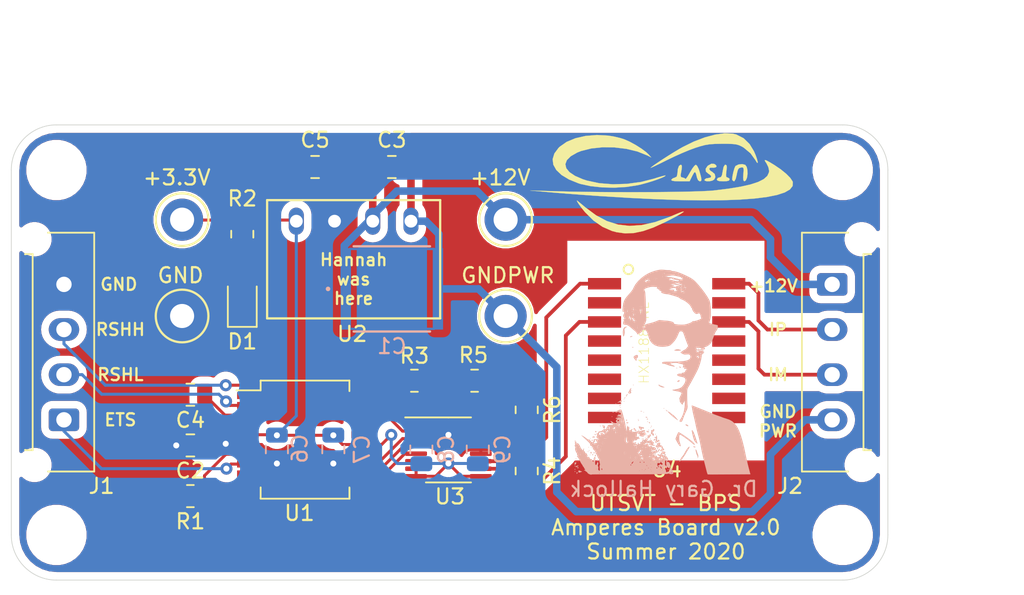
<source format=kicad_pcb>
(kicad_pcb (version 20171130) (host pcbnew 5.1.7-a382d34a8~87~ubuntu20.04.1)
  (layers (0 F.Cu signal) (31 B.Cu signal) (34 B.Paste user) (35 F.Paste user) (36 B.SilkS user) (37 F.SilkS user) (38 B.Mask user) (39 F.Mask user) (44 Edge.Cuts user))
  (net 0 "")
  (net 1 GNDPWR)
  (net 2 +12V)
  (net 3 GND)
  (net 4 "Net-(C2-Pad1)")
  (net 5 +3V3)
  (net 6 "Net-(D1-Pad2)")
  (net 7 /ETS)
  (net 8 /RSHL)
  (net 9 /RSHH)
  (net 10 "Net-(J2-Pad3)")
  (net 11 "Net-(J2-Pad2)")
  (net 12 "Net-(R1-Pad1)")
  (net 13 /IM)
  (net 14 /IP)
  (net 15 "Net-(R5-Pad2)")
  (net 16 "Net-(R5-Pad1)")
  (net 17 /SCK)
  (net 18 /CS)
  (net 19 "Net-(U1-Pad16)")
  (net 20 /MISO)
  (net 21 /MOSI)
  (net 22 "Net-(U1-Pad19)")
  (net 23 "Net-(U1-Pad17)")
  (net 24 "Net-(U1-Pad10)")
  (net 25 "Net-(U1-Pad9)")
  (net 26 "Net-(C4-Pad2)")
  (net 27 "Net-(R3-Pad1)")
  (net 28 "Net-(U4-Pad2)")
  (net 29 "Net-(U4-Pad11)")
  (net 30 "Net-(U4-Pad6)")
  (net 31 "Net-(U4-Pad9)")
  (net 32 "Net-(U4-Pad7)")
  (net 33 "Net-(U4-Pad10)")
  (net 34 "Net-(U4-Pad8)")
  (net 35 "Net-(U4-Pad15)")
  (module MountingHole:MountingHole_3mm (layer F.Cu) (at 143 100)
    (fp_text reference H2 hide)
    (fp_text value M3)
    (pad 1 np_thru_hole circle (at 0 0) (size 3 3) (drill 3) (layers *.Cu *.Mask))
  )
  (module Connector_Molex:Molex_Micro-Fit_3.0_43650-0415_1x04_P3.00mm_Vertical (layer F.Cu) (at 142.3 107.6 270)
    (fp_text reference J2 (at 13.4 2.8) (layer F.SilkS))
    (fp_text value LeaderConn)
    (pad 4 thru_hole oval (at 9 0 270) (size 1.5 2.02) (drill 1.02) (layers *.Cu *.Mask) (net 1 GNDPWR))
    (pad 3 thru_hole oval (at 6 0 270) (size 1.5 2.02) (drill 1.02) (layers *.Cu *.Mask) (net 10 "Net-(J2-Pad3)"))
    (pad 2 thru_hole oval (at 3 0 270) (size 1.5 2.02) (drill 1.02) (layers *.Cu *.Mask) (net 11 "Net-(J2-Pad2)"))
    (pad 1 thru_hole roundrect (at 0 0 270) (size 1.5 2.02) (drill 1.02) (layers *.Cu *.Mask) (roundrect_rratio 0.166667) (net 2 +12V))
    (pad "" np_thru_hole circle (at 12 -1.96 270) (size 1.27 1.27) (drill 1.27) (layers *.Cu *.Mask))
    (pad "" np_thru_hole circle (at -3 -1.96 270) (size 1.27 1.27) (drill 1.27) (layers *.Cu *.Mask))
  )
  (module Resistor_SMD:R_0805_2012Metric (layer F.Cu) (at 122 120 270)
    (fp_text reference R4 (at 0 -1.7 90) (layer F.SilkS))
    (fp_text value 120)
    (pad 2 smd roundrect (at 0.9125 0 270) (size 1.025 1.4) (layers F.Cu F.Paste F.Mask) (roundrect_rratio 0.243902) (net 13 /IM))
    (pad 1 smd roundrect (at -0.9125 0 270) (size 1.025 1.4) (layers F.Cu F.Paste F.Mask) (roundrect_rratio 0.243902) (net 14 /IP))
  )
  (module UTSVT_Passive:C_2220_5750Metrix (layer B.Cu) (at 113.04 107.9)
    (fp_text reference C1 (at 0 3.81) (layer B.SilkS) (effects (justify mirror)))
    (fp_text value 10u hide)
    (fp_line (start -2.794 2.6543) (end 2.794 2.6543) (layer B.Cu) (width 0.1524))
    (fp_line (start 2.794 2.6543) (end 2.794 -2.6543) (layer B.Cu) (width 0.1524))
    (fp_line (start 2.794 -2.6543) (end -2.794 -2.6543) (layer B.Cu) (width 0.1524))
    (fp_line (start -2.794 -2.6543) (end -2.794 2.6543) (layer B.Cu) (width 0.1524))
    (pad 2 smd rect (at 3.1242 0) (size 0.5588 5.4102) (layers B.Cu B.Paste B.Mask) (net 1 GNDPWR))
    (pad 1 smd rect (at -3.1242 0) (size 0.5588 5.4102) (layers B.Cu B.Paste B.Mask) (net 2 +12V))
  )
  (module UTSVT_ICs:RI3_DC_Converter (layer F.Cu) (at 110.5 103.4 180)
    (fp_text reference U2 (at 0.1 -7.5) (layer F.SilkS))
    (fp_text value RO-123.3S_HP)
    (pad 4 thru_hole oval (at 3.81 0 180) (size 1 1.8) (drill 0.85) (layers *.Cu *.Mask) (net 5 +3V3))
    (pad 3 thru_hole oval (at 1.27 0 180) (size 1 1.8) (drill 0.85) (layers *.Cu *.Mask) (net 3 GND))
    (pad 2 thru_hole oval (at -1.27 0 180) (size 1 1.8) (drill 0.85) (layers *.Cu *.Mask) (net 2 +12V))
    (pad 1 thru_hole oval (at -3.81 0 180) (size 1 1.8) (drill 0.85) (layers *.Cu *.Mask) (net 1 GNDPWR))
  )
  (module UTSVT_BPS:HXXXX (layer F.Cu) (at 131.3 112 270)
    (fp_text reference U4 (at 7.9 0) (layer F.SilkS))
    (fp_text value HX1188FNL (at -0.50895 1.50142 90) (layer F.SilkS) (effects (font (size 0.641203 0.641203) (thickness 0.05))))
    (pad 2 smd rect (at -3.175 4.1275 270) (size 0.76 2.2) (layers F.Cu F.Paste F.Mask) (net 28 "Net-(U4-Pad2)"))
    (pad 13 smd rect (at -0.635 -4.1275 270) (size 0.76 2.2) (layers F.Cu F.Paste F.Mask))
    (pad 1 smd rect (at -4.445 4.1275 270) (size 0.76 2.2) (layers F.Cu F.Paste F.Mask) (net 14 /IP))
    (pad 3 smd rect (at -1.905 4.1275 270) (size 0.76 2.2) (layers F.Cu F.Paste F.Mask) (net 13 /IM))
    (pad 4 smd rect (at -0.635 4.1275 270) (size 0.76 2.2) (layers F.Cu F.Paste F.Mask))
    (pad 14 smd rect (at -1.905 -4.1275 270) (size 0.76 2.2) (layers F.Cu F.Paste F.Mask) (net 10 "Net-(J2-Pad3)"))
    (pad 12 smd rect (at 0.635 -4.1275 270) (size 0.76 2.2) (layers F.Cu F.Paste F.Mask))
    (pad 11 smd rect (at 1.905 -4.1275 270) (size 0.76 2.2) (layers F.Cu F.Paste F.Mask) (net 29 "Net-(U4-Pad11)"))
    (pad 6 smd rect (at 1.905 4.1275 270) (size 0.76 2.2) (layers F.Cu F.Paste F.Mask) (net 30 "Net-(U4-Pad6)"))
    (pad 9 smd rect (at 4.445 -4.1275 270) (size 0.76 2.2) (layers F.Cu F.Paste F.Mask) (net 31 "Net-(U4-Pad9)"))
    (pad 5 smd rect (at 0.635 4.1275 270) (size 0.76 2.2) (layers F.Cu F.Paste F.Mask))
    (pad 7 smd rect (at 3.175 4.1275 270) (size 0.76 2.2) (layers F.Cu F.Paste F.Mask) (net 32 "Net-(U4-Pad7)"))
    (pad 10 smd rect (at 3.175 -4.1275 270) (size 0.76 2.2) (layers F.Cu F.Paste F.Mask) (net 33 "Net-(U4-Pad10)"))
    (pad 8 smd rect (at 4.445 4.1275 270) (size 0.76 2.2) (layers F.Cu F.Paste F.Mask) (net 34 "Net-(U4-Pad8)"))
    (pad 15 smd rect (at -3.175 -4.1275 270) (size 0.76 2.2) (layers F.Cu F.Paste F.Mask) (net 35 "Net-(U4-Pad15)"))
    (pad 16 smd rect (at -4.445 -4.1275 270) (size 0.76 2.2) (layers F.Cu F.Paste F.Mask) (net 11 "Net-(J2-Pad2)"))
  )
  (module Package_SO:MSOP-16_3x4mm_P0.5mm (layer F.Cu) (at 116.8 118.6)
    (fp_text reference U3 (at 0.1 3.1) (layer F.SilkS))
    (fp_text value LTC6820)
    (pad 16 smd roundrect (at 2.15 -1.75) (size 1.45 0.3) (layers F.Cu F.Paste F.Mask) (net 15 "Net-(R5-Pad2)"))
    (pad 15 smd roundrect (at 2.15 -1.25) (size 1.45 0.3) (layers F.Cu F.Paste F.Mask) (net 16 "Net-(R5-Pad1)"))
    (pad 14 smd roundrect (at 2.15 -0.75) (size 1.45 0.3) (layers F.Cu F.Paste F.Mask) (net 3 GND))
    (pad 13 smd roundrect (at 2.15 -0.25) (size 1.45 0.3) (layers F.Cu F.Paste F.Mask) (net 3 GND))
    (pad 12 smd roundrect (at 2.15 0.25) (size 1.45 0.3) (layers F.Cu F.Paste F.Mask) (net 3 GND))
    (pad 11 smd roundrect (at 2.15 0.75) (size 1.45 0.3) (layers F.Cu F.Paste F.Mask) (net 14 /IP))
    (pad 10 smd roundrect (at 2.15 1.25) (size 1.45 0.3) (layers F.Cu F.Paste F.Mask) (net 13 /IM))
    (pad 9 smd roundrect (at 2.15 1.75) (size 1.45 0.3) (layers F.Cu F.Paste F.Mask) (net 5 +3V3))
    (pad 8 smd roundrect (at -2.15 1.75) (size 1.45 0.3) (layers F.Cu F.Paste F.Mask) (net 5 +3V3))
    (pad 7 smd roundrect (at -2.15 1.25) (size 1.45 0.3) (layers F.Cu F.Paste F.Mask) (net 5 +3V3))
    (pad 6 smd roundrect (at -2.15 0.75) (size 1.45 0.3) (layers F.Cu F.Paste F.Mask) (net 5 +3V3))
    (pad 5 smd roundrect (at -2.15 0.25) (size 1.45 0.3) (layers F.Cu F.Paste F.Mask) (net 18 /CS))
    (pad 4 smd roundrect (at -2.15 -0.25) (size 1.45 0.3) (layers F.Cu F.Paste F.Mask) (net 17 /SCK))
    (pad 3 smd roundrect (at -2.15 -0.75) (size 1.45 0.3) (layers F.Cu F.Paste F.Mask) (net 20 /MISO))
    (pad 2 smd roundrect (at -2.15 -1.25) (size 1.45 0.3) (layers F.Cu F.Paste F.Mask) (net 21 /MOSI))
    (pad 1 smd roundrect (at -2.15 -1.75) (size 1.45 0.3) (layers F.Cu F.Paste F.Mask) (net 3 GND))
  )
  (module UTSVT_ICs:AS8510-ASSM (layer F.Cu) (at 107.27 123.441)
    (fp_text reference U1 (at -0.37 -0.641 180) (layer F.SilkS))
    (fp_text value AS8510-ASSM)
    (pad 12 smd rect (at 3.79 -3.25) (size 1.43 0.46) (layers F.Cu F.Paste F.Mask) (net 17 /SCK))
    (pad 11 smd rect (at 3.79 -2.6) (size 1.43 0.46) (layers F.Cu F.Paste F.Mask) (net 18 /CS))
    (pad 15 smd rect (at 3.79 -5.2) (size 1.43 0.46) (layers F.Cu F.Paste F.Mask) (net 5 +3V3))
    (pad 14 smd rect (at 3.79 -4.55) (size 1.43 0.46) (layers F.Cu F.Paste F.Mask) (net 3 GND))
    (pad 16 smd rect (at 3.79 -5.85) (size 1.43 0.46) (layers F.Cu F.Paste F.Mask) (net 19 "Net-(U1-Pad16)"))
    (pad 13 smd rect (at 3.79 -3.9) (size 1.43 0.46) (layers F.Cu F.Paste F.Mask) (net 20 /MISO))
    (pad 18 smd rect (at 3.79 -7.15) (size 1.43 0.46) (layers F.Cu F.Paste F.Mask) (net 21 /MOSI))
    (pad 19 smd rect (at 3.79 -7.8) (size 1.43 0.46) (layers F.Cu F.Paste F.Mask) (net 22 "Net-(U1-Pad19)"))
    (pad 17 smd rect (at 3.79 -6.5) (size 1.43 0.46) (layers F.Cu F.Paste F.Mask) (net 23 "Net-(U1-Pad17)"))
    (pad 20 smd rect (at 3.79 -8.45) (size 1.43 0.46) (layers F.Cu F.Paste F.Mask) (net 27 "Net-(R3-Pad1)"))
    (pad 1 smd rect (at -3.8 -8.45) (size 1.43 0.46) (layers F.Cu F.Paste F.Mask) (net 9 /RSHH))
    (pad 2 smd rect (at -3.8 -7.8) (size 1.43 0.46) (layers F.Cu F.Paste F.Mask) (net 8 /RSHL))
    (pad 3 smd rect (at -3.8 -7.15) (size 1.43 0.46) (layers F.Cu F.Paste F.Mask) (net 26 "Net-(C4-Pad2)"))
    (pad 4 smd rect (at -3.8 -6.5) (size 1.43 0.46) (layers F.Cu F.Paste F.Mask) (net 4 "Net-(C2-Pad1)"))
    (pad 5 smd rect (at -3.8 -5.85) (size 1.43 0.46) (layers F.Cu F.Paste F.Mask) (net 5 +3V3))
    (pad 6 smd rect (at -3.8 -5.2) (size 1.43 0.46) (layers F.Cu F.Paste F.Mask) (net 3 GND))
    (pad 7 smd rect (at -3.8 -4.55) (size 1.43 0.46) (layers F.Cu F.Paste F.Mask) (net 12 "Net-(R1-Pad1)"))
    (pad 8 smd rect (at -3.8 -3.9) (size 1.43 0.46) (layers F.Cu F.Paste F.Mask) (net 7 /ETS))
    (pad 10 smd rect (at -3.8 -2.6) (size 1.43 0.46) (layers F.Cu F.Paste F.Mask) (net 24 "Net-(U1-Pad10)"))
    (pad 9 smd rect (at -3.8 -3.25) (size 1.43 0.46) (layers F.Cu F.Paste F.Mask) (net 25 "Net-(U1-Pad9)"))
  )
  (module TestPoint:TestPoint_Keystone_5005-5009_Compact (layer F.Cu) (at 99.1 109.7 90)
    (fp_text reference TP4 hide)
    (fp_text value GND_TP)
    (pad 1 thru_hole circle (at 0 0 90) (size 2.8 2.8) (drill 1.6) (layers *.Cu *.Mask) (net 3 GND))
  )
  (module TestPoint:TestPoint_Keystone_5005-5009_Compact (layer F.Cu) (at 99.1 103.3 90)
    (fp_text reference TP3 hide)
    (fp_text value +3.3V_TP)
    (pad 1 thru_hole circle (at 0 0 90) (size 2.8 2.8) (drill 1.6) (layers *.Cu *.Mask) (net 5 +3V3))
  )
  (module TestPoint:TestPoint_Keystone_5005-5009_Compact (layer F.Cu) (at 120.6 109.7 90)
    (fp_text reference TP2 hide)
    (fp_text value GNDPWR_TP)
    (pad 1 thru_hole circle (at 0 0 90) (size 2.8 2.8) (drill 1.6) (layers *.Cu *.Mask) (net 1 GNDPWR))
  )
  (module TestPoint:TestPoint_Keystone_5005-5009_Compact (layer F.Cu) (at 120.6 103.3 90)
    (fp_text reference TP1 hide)
    (fp_text value +12V_TP)
    (pad 1 thru_hole circle (at 0 0 90) (size 2.8 2.8) (drill 1.6) (layers *.Cu *.Mask) (net 2 +12V))
  )
  (module Resistor_SMD:R_0805_2012Metric (layer F.Cu) (at 122 115.9375 90)
    (fp_text reference R6 (at 0 1.7 90) (layer F.SilkS))
    (fp_text value 1.21k)
    (pad 2 smd roundrect (at 0.9125 0 90) (size 1.025 1.4) (layers F.Cu F.Paste F.Mask) (roundrect_rratio 0.243902) (net 16 "Net-(R5-Pad1)"))
    (pad 1 smd roundrect (at -0.9125 0 90) (size 1.025 1.4) (layers F.Cu F.Paste F.Mask) (roundrect_rratio 0.243902) (net 3 GND))
  )
  (module Resistor_SMD:R_0805_2012Metric (layer F.Cu) (at 118.5375 114 180)
    (fp_text reference R5 (at 0.0785 1.7) (layer F.SilkS))
    (fp_text value 806)
    (pad 2 smd roundrect (at 0.9125 0 180) (size 1.025 1.4) (layers F.Cu F.Paste F.Mask) (roundrect_rratio 0.243902) (net 15 "Net-(R5-Pad2)"))
    (pad 1 smd roundrect (at -0.9125 0 180) (size 1.025 1.4) (layers F.Cu F.Paste F.Mask) (roundrect_rratio 0.243902) (net 16 "Net-(R5-Pad1)"))
  )
  (module Resistor_SMD:R_0805_2012Metric (layer F.Cu) (at 114.5375 114)
    (fp_text reference R3 (at 0 -1.65) (layer F.SilkS))
    (fp_text value 10k)
    (pad 2 smd roundrect (at 0.9125 0) (size 1.025 1.4) (layers F.Cu F.Paste F.Mask) (roundrect_rratio 0.243902) (net 3 GND))
    (pad 1 smd roundrect (at -0.9125 0) (size 1.025 1.4) (layers F.Cu F.Paste F.Mask) (roundrect_rratio 0.243902) (net 27 "Net-(R3-Pad1)"))
  )
  (module Resistor_SMD:R_0805_2012Metric (layer F.Cu) (at 103.1 104.2625 270)
    (fp_text reference R2 (at -2.3645 0 180) (layer F.SilkS))
    (fp_text value 1.5k)
    (pad 2 smd roundrect (at 0.9125 0 270) (size 1.025 1.4) (layers F.Cu F.Paste F.Mask) (roundrect_rratio 0.243902) (net 6 "Net-(D1-Pad2)"))
    (pad 1 smd roundrect (at -0.9125 0 270) (size 1.025 1.4) (layers F.Cu F.Paste F.Mask) (roundrect_rratio 0.243902) (net 5 +3V3))
  )
  (module Resistor_SMD:R_0805_2012Metric (layer F.Cu) (at 99.65 121.668 180)
    (fp_text reference R1 (at 0 -1.684) (layer F.SilkS))
    (fp_text value 1k)
    (pad 2 smd roundrect (at 0.9125 0 180) (size 1.025 1.4) (layers F.Cu F.Paste F.Mask) (roundrect_rratio 0.243902) (net 3 GND))
    (pad 1 smd roundrect (at -0.9125 0 180) (size 1.025 1.4) (layers F.Cu F.Paste F.Mask) (roundrect_rratio 0.243902) (net 12 "Net-(R1-Pad1)"))
  )
  (module Connector_Molex:Molex_Micro-Fit_3.0_43650-0415_1x04_P3.00mm_Vertical (layer F.Cu) (at 91.25 116.6 90)
    (fp_text reference J1 (at -4.4 2.5) (layer F.SilkS))
    (fp_text value ShuntConn)
    (pad 4 thru_hole oval (at 9 0 90) (size 1.5 2.02) (drill 1.02) (layers *.Cu *.Mask) (net 3 GND))
    (pad 3 thru_hole oval (at 6 0 90) (size 1.5 2.02) (drill 1.02) (layers *.Cu *.Mask) (net 9 /RSHH))
    (pad 2 thru_hole oval (at 3 0 90) (size 1.5 2.02) (drill 1.02) (layers *.Cu *.Mask) (net 8 /RSHL))
    (pad 1 thru_hole roundrect (at 0 0 90) (size 1.5 2.02) (drill 1.02) (layers *.Cu *.Mask) (roundrect_rratio 0.166667) (net 7 /ETS))
    (pad "" np_thru_hole circle (at 12 -1.96 90) (size 1.27 1.27) (drill 1.27) (layers *.Cu *.Mask))
    (pad "" np_thru_hole circle (at -3 -1.96 90) (size 1.27 1.27) (drill 1.27) (layers *.Cu *.Mask))
  )
  (module MountingHole:MountingHole_3mm (layer F.Cu) (at 90.75 124.25)
    (fp_text reference H4 hide)
    (fp_text value M3)
    (pad 1 np_thru_hole circle (at 0 0) (size 3 3) (drill 3) (layers *.Cu *.Mask))
  )
  (module MountingHole:MountingHole_3mm (layer F.Cu) (at 143 124.25)
    (fp_text reference H3 hide)
    (fp_text value M3)
    (pad 1 np_thru_hole circle (at 0 0) (size 3 3) (drill 3) (layers *.Cu *.Mask))
  )
  (module MountingHole:MountingHole_3mm (layer F.Cu) (at 90.75 100)
    (fp_text reference H1 hide)
    (fp_text value M3)
    (pad 1 np_thru_hole circle (at 0 0) (size 3 3) (drill 3) (layers *.Cu *.Mask))
  )
  (module LED_SMD:LED_0805_2012Metric (layer F.Cu) (at 103.1 108.7375 90)
    (fp_text reference D1 (at -2.6625 0) (layer F.SilkS))
    (fp_text value PowerOn)
    (pad 2 smd roundrect (at 0.9375 0 90) (size 0.975 1.4) (layers F.Cu F.Paste F.Mask) (net 6 "Net-(D1-Pad2)"))
    (pad 1 smd roundrect (at -0.9375 0 90) (size 0.975 1.4) (layers F.Cu F.Paste F.Mask) (net 3 GND))
  )
  (module Capacitor_SMD:C_0805_2012Metric (layer B.Cu) (at 118.75 118.566 90)
    (fp_text reference C9 (at 0 1.65 270) (layer B.SilkS) (effects (justify mirror)))
    (fp_text value 0.1u)
    (pad 2 smd roundrect (at 0.95 0 90) (size 1 1.45) (layers B.Cu B.Paste B.Mask) (net 3 GND))
    (pad 1 smd roundrect (at -0.95 0 90) (size 1 1.45) (layers B.Cu B.Paste B.Mask) (net 5 +3V3))
  )
  (module Capacitor_SMD:C_0805_2012Metric (layer B.Cu) (at 115 118.566 90)
    (fp_text reference C8 (at 0 1.65 90) (layer B.SilkS) (effects (justify mirror)))
    (fp_text value 0.1u)
    (pad 2 smd roundrect (at 0.95 0 90) (size 1 1.45) (layers B.Cu B.Paste B.Mask) (net 3 GND))
    (pad 1 smd roundrect (at -0.95 0 90) (size 1 1.45) (layers B.Cu B.Paste B.Mask) (net 5 +3V3))
  )
  (module Capacitor_SMD:C_0805_2012Metric (layer B.Cu) (at 109.15 118.566 270)
    (fp_text reference C7 (at 0 -1.905 270) (layer B.SilkS) (effects (justify mirror)))
    (fp_text value 1u)
    (pad 2 smd roundrect (at 0.95 0 270) (size 1 1.45) (layers B.Cu B.Paste B.Mask) (net 3 GND))
    (pad 1 smd roundrect (at -0.95 0 270) (size 1 1.45) (layers B.Cu B.Paste B.Mask) (net 5 +3V3))
  )
  (module Capacitor_SMD:C_0805_2012Metric (layer B.Cu) (at 105.4 118.566 270)
    (fp_text reference C6 (at -0.0485 -1.524 270) (layer B.SilkS) (effects (justify mirror)))
    (fp_text value 1u)
    (pad 2 smd roundrect (at 0.95 0 270) (size 1 1.45) (layers B.Cu B.Paste B.Mask) (net 3 GND))
    (pad 1 smd roundrect (at -0.95 0 270) (size 1 1.45) (layers B.Cu B.Paste B.Mask) (net 5 +3V3))
  )
  (module Capacitor_SMD:C_0805_2012Metric (layer F.Cu) (at 107.9375 99.8 180)
    (fp_text reference C5 (at 0 1.8 180) (layer F.SilkS))
    (fp_text value 2.2n)
    (pad 2 smd roundrect (at 0.95 0 180) (size 1 1.45) (layers F.Cu F.Paste F.Mask) (net 3 GND))
    (pad 1 smd roundrect (at -0.95 0 180) (size 1 1.45) (layers F.Cu F.Paste F.Mask) (net 1 GNDPWR))
  )
  (module Capacitor_SMD:C_0805_2012Metric (layer F.Cu) (at 99.65 114.932)
    (fp_text reference C4 (at 0 1.684) (layer F.SilkS))
    (fp_text value 100n)
    (pad 2 smd roundrect (at 0.95 0) (size 1 1.45) (layers F.Cu F.Paste F.Mask) (net 26 "Net-(C4-Pad2)"))
    (pad 1 smd roundrect (at -0.95 0) (size 1 1.45) (layers F.Cu F.Paste F.Mask) (net 3 GND))
  )
  (module Capacitor_SMD:C_0805_2012Metric (layer F.Cu) (at 113.0375 99.8)
    (fp_text reference C3 (at 0 -1.8) (layer F.SilkS))
    (fp_text value 1n)
    (pad 2 smd roundrect (at 0.95 0) (size 1 1.45) (layers F.Cu F.Paste F.Mask) (net 1 GNDPWR))
    (pad 1 smd roundrect (at -0.95 0) (size 1 1.45) (layers F.Cu F.Paste F.Mask) (net 2 +12V))
  )
  (module Capacitor_SMD:C_0805_2012Metric (layer F.Cu) (at 99.65 118.3 180)
    (fp_text reference C2 (at 0 -1.684) (layer F.SilkS))
    (fp_text value 100n)
    (pad 2 smd roundrect (at 0.95 0 180) (size 1 1.45) (layers F.Cu F.Paste F.Mask) (net 3 GND))
    (pad 1 smd roundrect (at -0.95 0 180) (size 1 1.45) (layers F.Cu F.Paste F.Mask) (net 4 "Net-(C2-Pad1)"))
  )
  (module UTSVT_Special:Hallock_Image_Tiny (layer B.Cu) (at 131.5 113.25 180)
    (fp_text reference LOGO1 hide)
    (fp_text value "Dr Hallock" hide)
  )
  (module UTSVT_Special:UTSVT_Logo_Symbol (layer F.Cu) (at 131.25 100.75 180)
    (fp_text reference LOGO2 hide)
    (fp_text value "UTSVT Logo" hide)
  )
  (gr_text "Hannah\nwas\nhere" (at 110.5 107.25) (layer F.SilkS) (effects (font (size 0.8 0.8))))
  (gr_text "UTSVT - BPS\nAmperes Board v2.0\nSummer 2020" (at 131.25 123.75) (layer F.SilkS) (effects (font (size 1 1))))
  (gr_text "Dr. Gary Hallock" (at 131.1 121.2) (layer B.SilkS) (effects (font (size 1 1)) (justify mirror)))
  (gr_text GNDPWR (at 120.75 107) (layer F.SilkS) (effects (font (size 1 1))))
  (gr_text +12V (at 120.25 100.5) (layer F.SilkS) (effects (font (size 1 1))))
  (gr_text GND (at 99 107) (layer F.SilkS) (effects (font (size 1 1))))
  (gr_text +3.3V (at 98.75 100.5) (layer F.SilkS) (effects (font (size 1 1))))
  (gr_arc (start 90.75 124.25) (end 87.75 124.25) (angle -90) (layer Edge.Cuts) (width 0.05))
  (gr_arc (start 143 124.25) (end 143 127.25) (angle -90) (layer Edge.Cuts) (width 0.05))
  (gr_arc (start 143 100) (end 146 100) (angle -90) (layer Edge.Cuts) (width 0.05))
  (gr_arc (start 90.75 100) (end 90.75 97) (angle -90) (layer Edge.Cuts) (width 0.05))
  (gr_line (start 87.75 124.25) (end 87.75 100) (layer Edge.Cuts) (width 0.05))
  (gr_line (start 143 127.25) (end 90.75 127.25) (layer Edge.Cuts) (width 0.05))
  (gr_line (start 146 103.75) (end 146 120.5) (layer Edge.Cuts) (width 0.05))
  (gr_line (start 146 120.5) (end 146 124.25) (layer Edge.Cuts) (width 0.05))
  (gr_line (start 146 100) (end 146 103.75) (layer Edge.Cuts) (width 0.05))
  (gr_line (start 90.75 97) (end 143 97) (layer Edge.Cuts) (width 0.05))
  (gr_text +12V (at 138.4 107.7) (layer F.SilkS) (effects (font (size 0.8 0.8))))
  (gr_text IP (at 138.7 110.6) (layer F.SilkS) (effects (font (size 0.8 0.8))))
  (gr_text IM (at 138.7 113.6) (layer F.SilkS) (effects (font (size 0.8 0.8))))
  (gr_text "GND\nPWR" (at 138.7 116.7) (layer F.SilkS) (effects (font (size 0.8 0.8))))
  (gr_text GND (at 94.9 107.6) (layer F.SilkS) (effects (font (size 0.8 0.8))))
  (gr_text RSHH (at 95 110.6) (layer F.SilkS) (effects (font (size 0.8 0.8))))
  (gr_text RSHL (at 95 113.6) (layer F.SilkS) (effects (font (size 0.8 0.8))))
  (gr_text ETS (at 95 116.6) (layer F.SilkS) (effects (font (size 0.8 0.8))))
  (segment (start 114.31 100.135) (end 113.975 99.8) (width 0.5) (layer F.Cu) (net 1))
  (segment (start 114.31 103.4) (end 114.31 100.135) (width 0.5) (layer F.Cu) (net 1))
  (segment (start 118.8 107.9) (end 120.6 109.7) (width 0.5) (layer B.Cu) (net 1))
  (segment (start 114.31 103.4) (end 115.31 103.4) (width 0.5) (layer B.Cu) (net 1))
  (segment (start 116.1642 104.2542) (end 115.31 103.4) (width 0.5) (layer B.Cu) (net 1))
  (segment (start 116.1642 107.9) (end 116.1642 104.2542) (width 0.5) (layer B.Cu) (net 1))
  (segment (start 113.975 98.575) (end 113.975 99.8) (width 0.5) (layer F.Cu) (net 1))
  (segment (start 113.6 98.2) (end 113.975 98.575) (width 0.5) (layer F.Cu) (net 1))
  (segment (start 109.3 98.2) (end 113.6 98.2) (width 0.5) (layer F.Cu) (net 1))
  (segment (start 108.875 99.8) (end 108.875 98.625) (width 0.5) (layer F.Cu) (net 1))
  (segment (start 108.875 98.625) (end 109.3 98.2) (width 0.5) (layer F.Cu) (net 1))
  (segment (start 140.5 116.6) (end 142.3 116.6) (width 0.5) (layer B.Cu) (net 1))
  (segment (start 138.2 118.9) (end 140.5 116.6) (width 0.5) (layer B.Cu) (net 1))
  (segment (start 124 113.1) (end 124 121.4) (width 0.5) (layer B.Cu) (net 1))
  (segment (start 138.2 121.5) (end 138.2 118.9) (width 0.5) (layer B.Cu) (net 1))
  (segment (start 120.6 109.7) (end 124 113.1) (width 0.5) (layer B.Cu) (net 1))
  (segment (start 124 121.4) (end 125.3 122.7) (width 0.5) (layer B.Cu) (net 1))
  (segment (start 137 122.7) (end 138.2 121.5) (width 0.5) (layer B.Cu) (net 1))
  (segment (start 125.3 122.7) (end 137 122.7) (width 0.5) (layer B.Cu) (net 1))
  (segment (start 118.8 107.9) (end 116.1642 107.9) (width 0.5) (layer B.Cu) (net 1))
  (segment (start 111.77 100.13) (end 112.1 99.8) (width 0.5) (layer F.Cu) (net 2))
  (segment (start 111.77 103.4) (end 111.77 100.13) (width 0.5) (layer F.Cu) (net 2))
  (segment (start 111.77 103) (end 113.37 101.4) (width 0.5) (layer B.Cu) (net 2))
  (segment (start 111.77 103.4) (end 111.77 103) (width 0.5) (layer B.Cu) (net 2))
  (segment (start 118.7 101.4) (end 120.6 103.3) (width 0.5) (layer B.Cu) (net 2))
  (segment (start 113.37 101.4) (end 118.7 101.4) (width 0.5) (layer B.Cu) (net 2))
  (segment (start 109.87979 105.027737) (end 109.87979 107.9) (width 0.5) (layer B.Cu) (net 2))
  (segment (start 111.507527 103.4) (end 109.87979 105.027737) (width 0.5) (layer B.Cu) (net 2))
  (segment (start 111.77 103.4) (end 111.507527 103.4) (width 0.5) (layer B.Cu) (net 2))
  (segment (start 136.9 103.3) (end 120.6 103.3) (width 0.5) (layer B.Cu) (net 2))
  (segment (start 138.2 104.6) (end 136.9 103.3) (width 0.5) (layer B.Cu) (net 2))
  (segment (start 138.2 105.8) (end 138.2 104.6) (width 0.5) (layer B.Cu) (net 2))
  (segment (start 142.3 107.6) (end 140 107.6) (width 0.5) (layer B.Cu) (net 2))
  (segment (start 140 107.6) (end 138.2 105.8) (width 0.5) (layer B.Cu) (net 2))
  (segment (start 103.47 118.241) (end 102.049825 118.241) (width 0.2) (layer F.Cu) (net 3))
  (via (at 101.999884 118.191059) (size 0.8) (drill 0.4) (layers F.Cu B.Cu) (net 3))
  (segment (start 102.049825 118.241) (end 101.999884 118.191059) (width 0.2) (layer F.Cu) (net 3))
  (via (at 98.7125 118.3) (size 0.8) (drill 0.4) (layers F.Cu B.Cu) (net 3))
  (segment (start 101.999884 118.191059) (end 98.821441 118.191059) (width 0.2) (layer B.Cu) (net 3))
  (segment (start 98.821441 118.191059) (end 98.7125 118.3) (width 0.2) (layer B.Cu) (net 3))
  (via (at 109.15 119.5035) (size 0.8) (drill 0.4) (layers F.Cu B.Cu) (net 3))
  (segment (start 111.06 118.891) (end 109.7625 118.891) (width 0.2) (layer F.Cu) (net 3))
  (segment (start 109.7625 118.891) (end 109.15 119.5035) (width 0.2) (layer F.Cu) (net 3))
  (via (at 105.4 119.5035) (size 0.8) (drill 0.4) (layers F.Cu B.Cu) (net 3))
  (segment (start 105.4 119.256) (end 105.4 119.5035) (width 0.2) (layer F.Cu) (net 3))
  (segment (start 104.385 118.241) (end 105.4 119.256) (width 0.2) (layer F.Cu) (net 3))
  (segment (start 103.47 118.241) (end 104.385 118.241) (width 0.2) (layer F.Cu) (net 3))
  (via (at 116.8 117.6) (size 0.8) (drill 0.4) (layers F.Cu B.Cu) (net 3))
  (segment (start 114.65 116.85) (end 116.05 116.85) (width 0.2) (layer F.Cu) (net 3))
  (segment (start 116.05 116.85) (end 116.8 117.6) (width 0.2) (layer F.Cu) (net 3))
  (segment (start 115.0285 117.6) (end 115 117.6285) (width 0.2) (layer B.Cu) (net 3))
  (segment (start 116.8 117.6) (end 115.0285 117.6) (width 0.2) (layer B.Cu) (net 3))
  (segment (start 118.7215 117.6) (end 118.75 117.6285) (width 0.2) (layer B.Cu) (net 3))
  (segment (start 116.8 117.6) (end 118.7215 117.6) (width 0.2) (layer B.Cu) (net 3))
  (segment (start 118.95 118.85) (end 118.95 118.35) (width 0.2) (layer F.Cu) (net 3))
  (segment (start 118.95 118.35) (end 118.95 117.85) (width 0.2) (layer F.Cu) (net 3))
  (segment (start 117.55 118.35) (end 116.8 117.6) (width 0.2) (layer F.Cu) (net 3))
  (segment (start 118.95 118.35) (end 117.55 118.35) (width 0.2) (layer F.Cu) (net 3))
  (segment (start 119.675 118.35) (end 118.95 118.35) (width 0.25) (layer F.Cu) (net 3))
  (segment (start 122 117.3625) (end 121.0125 118.35) (width 0.25) (layer F.Cu) (net 3))
  (segment (start 121.0125 118.35) (end 119.675 118.35) (width 0.25) (layer F.Cu) (net 3))
  (segment (start 122 116.875) (end 122 117.3625) (width 0.25) (layer F.Cu) (net 3))
  (segment (start 101.9465 116.941) (end 100.5875 118.3) (width 0.2) (layer F.Cu) (net 4))
  (segment (start 103.47 116.941) (end 101.9465 116.941) (width 0.2) (layer F.Cu) (net 4))
  (via (at 109.15 117.6285) (size 0.8) (drill 0.4) (layers F.Cu B.Cu) (net 5))
  (segment (start 111.06 118.241) (end 109.7625 118.241) (width 0.2) (layer F.Cu) (net 5))
  (segment (start 109.7625 118.241) (end 109.15 117.6285) (width 0.2) (layer F.Cu) (net 5))
  (via (at 105.4 117.6285) (size 0.8) (drill 0.4) (layers F.Cu B.Cu) (net 5))
  (segment (start 103.47 117.591) (end 105.3625 117.591) (width 0.2) (layer F.Cu) (net 5))
  (segment (start 105.3625 117.591) (end 105.4 117.6285) (width 0.2) (layer F.Cu) (net 5))
  (segment (start 105.4 117.6285) (end 109.15 117.6285) (width 0.2) (layer F.Cu) (net 5))
  (segment (start 114.65 120.35) (end 114.65 119.85) (width 0.2) (layer F.Cu) (net 5))
  (segment (start 114.65 119.85) (end 114.65 119.35) (width 0.2) (layer F.Cu) (net 5))
  (via (at 116.8 119.5) (size 0.8) (drill 0.4) (layers F.Cu B.Cu) (net 5))
  (segment (start 114.65 120.35) (end 115.95 120.35) (width 0.2) (layer F.Cu) (net 5))
  (segment (start 115.95 120.35) (end 116.8 119.5) (width 0.2) (layer F.Cu) (net 5))
  (segment (start 115.0035 119.5) (end 115 119.5035) (width 0.2) (layer B.Cu) (net 5))
  (segment (start 116.8 119.5) (end 115.0035 119.5) (width 0.2) (layer B.Cu) (net 5))
  (segment (start 117.65 120.35) (end 118.95 120.35) (width 0.2) (layer F.Cu) (net 5))
  (segment (start 116.8 119.5) (end 117.65 120.35) (width 0.2) (layer F.Cu) (net 5))
  (segment (start 118.7465 119.5) (end 118.75 119.5035) (width 0.2) (layer B.Cu) (net 5))
  (segment (start 116.8 119.5) (end 118.7465 119.5) (width 0.2) (layer B.Cu) (net 5))
  (segment (start 111.06 118.241) (end 112.359 118.241) (width 0.2) (layer F.Cu) (net 5))
  (via (at 113 117.6) (size 0.8) (drill 0.4) (layers F.Cu B.Cu) (net 5))
  (segment (start 112.359 118.241) (end 113 117.6) (width 0.2) (layer F.Cu) (net 5))
  (segment (start 113 117.6) (end 113 119.1) (width 0.2) (layer B.Cu) (net 5))
  (segment (start 113.4035 119.5035) (end 115 119.5035) (width 0.2) (layer B.Cu) (net 5))
  (segment (start 113 119.1) (end 113.4035 119.5035) (width 0.2) (layer B.Cu) (net 5))
  (segment (start 106.69 116.3385) (end 105.4 117.6285) (width 0.2) (layer B.Cu) (net 5))
  (segment (start 106.69 103.4) (end 106.69 116.3385) (width 0.2) (layer B.Cu) (net 5))
  (segment (start 106.615 103.325) (end 106.69 103.4) (width 0.2) (layer F.Cu) (net 5))
  (segment (start 103.1 103.325) (end 106.615 103.325) (width 0.2) (layer F.Cu) (net 5))
  (segment (start 99.125 103.325) (end 99.1 103.3) (width 0.2) (layer F.Cu) (net 5))
  (segment (start 103.1 103.325) (end 99.125 103.325) (width 0.2) (layer F.Cu) (net 5))
  (segment (start 103.1 105.2) (end 103.1 107.8) (width 0.2) (layer F.Cu) (net 6))
  (via (at 102.044975 119.844975) (size 0.8) (drill 0.4) (layers F.Cu B.Cu) (net 7))
  (segment (start 103.47 119.541) (end 102.34895 119.541) (width 0.2) (layer F.Cu) (net 7))
  (segment (start 102.34895 119.541) (end 102.044975 119.844975) (width 0.2) (layer F.Cu) (net 7))
  (segment (start 93.744975 119.844975) (end 91.25 117.35) (width 0.2) (layer B.Cu) (net 7))
  (segment (start 91.25 117.35) (end 91.25 116.6) (width 0.2) (layer B.Cu) (net 7))
  (segment (start 102.044975 119.844975) (end 93.744975 119.844975) (width 0.2) (layer B.Cu) (net 7))
  (via (at 102.022725 115.377275) (size 0.8) (drill 0.4) (layers F.Cu B.Cu) (net 8))
  (segment (start 103.47 115.641) (end 102.28645 115.641) (width 0.2) (layer F.Cu) (net 8))
  (segment (start 102.28645 115.641) (end 102.022725 115.377275) (width 0.2) (layer F.Cu) (net 8))
  (segment (start 92.46 113.6) (end 93.76 114.9) (width 0.2) (layer B.Cu) (net 8))
  (segment (start 91.25 113.6) (end 92.46 113.6) (width 0.2) (layer B.Cu) (net 8))
  (segment (start 101.54545 114.9) (end 102.022725 115.377275) (width 0.2) (layer B.Cu) (net 8))
  (segment (start 93.76 114.9) (end 101.54545 114.9) (width 0.2) (layer B.Cu) (net 8))
  (via (at 102 114.3) (size 0.8) (drill 0.4) (layers F.Cu B.Cu) (net 9))
  (segment (start 103.209 114.3) (end 102 114.3) (width 0.2) (layer F.Cu) (net 9))
  (segment (start 103.47 114.991) (end 103.47 114.561) (width 0.2) (layer F.Cu) (net 9))
  (segment (start 103.47 114.561) (end 103.209 114.3) (width 0.2) (layer F.Cu) (net 9))
  (segment (start 91.25 111.55) (end 91.25 110.6) (width 0.2) (layer B.Cu) (net 9))
  (segment (start 94 114.3) (end 91.25 111.55) (width 0.2) (layer B.Cu) (net 9))
  (segment (start 102 114.3) (end 94 114.3) (width 0.2) (layer B.Cu) (net 9))
  (segment (start 136.7775 110.095) (end 137.4 110.7175) (width 0.25) (layer F.Cu) (net 10))
  (segment (start 135.4275 110.095) (end 136.7775 110.095) (width 0.25) (layer F.Cu) (net 10))
  (segment (start 137.4 110.7175) (end 137.4 113.2) (width 0.25) (layer F.Cu) (net 10))
  (segment (start 137.8 113.6) (end 142.3 113.6) (width 0.25) (layer F.Cu) (net 10))
  (segment (start 137.4 113.2) (end 137.8 113.6) (width 0.25) (layer F.Cu) (net 10))
  (segment (start 136.7775 107.555) (end 137.4 108.1775) (width 0.25) (layer F.Cu) (net 11))
  (segment (start 135.4275 107.555) (end 136.7775 107.555) (width 0.25) (layer F.Cu) (net 11))
  (segment (start 137.4 108.1775) (end 137.4 110) (width 0.25) (layer F.Cu) (net 11))
  (segment (start 138 110.6) (end 142.3 110.6) (width 0.25) (layer F.Cu) (net 11))
  (segment (start 137.4 110) (end 138 110.6) (width 0.25) (layer F.Cu) (net 11))
  (segment (start 103.47 118.891) (end 102.009 118.891) (width 0.2) (layer F.Cu) (net 12))
  (segment (start 100.5875 120.3125) (end 100.5875 121.668) (width 0.2) (layer F.Cu) (net 12))
  (segment (start 102.009 118.891) (end 100.5875 120.3125) (width 0.2) (layer F.Cu) (net 12))
  (segment (start 120.9125 119.85) (end 122 120.9375) (width 0.25) (layer F.Cu) (net 13))
  (segment (start 118.95 119.85) (end 120.9125 119.85) (width 0.25) (layer F.Cu) (net 13))
  (segment (start 125.505 110.095) (end 127.1725 110.095) (width 0.25) (layer F.Cu) (net 13))
  (segment (start 124.6 111) (end 125.505 110.095) (width 0.25) (layer F.Cu) (net 13))
  (segment (start 124.6 119.0375) (end 124.6 111) (width 0.25) (layer F.Cu) (net 13))
  (segment (start 122 120.9375) (end 122.7 120.9375) (width 0.25) (layer F.Cu) (net 13))
  (segment (start 122.7 120.9375) (end 124.6 119.0375) (width 0.25) (layer F.Cu) (net 13))
  (segment (start 121.7125 119.35) (end 122 119.0625) (width 0.25) (layer F.Cu) (net 14))
  (segment (start 118.95 119.35) (end 121.7125 119.35) (width 0.25) (layer F.Cu) (net 14))
  (segment (start 125.545 107.555) (end 127.1725 107.555) (width 0.25) (layer F.Cu) (net 14))
  (segment (start 123.3 109.8) (end 125.545 107.555) (width 0.25) (layer F.Cu) (net 14))
  (segment (start 122 119.0625) (end 123.3 117.7625) (width 0.25) (layer F.Cu) (net 14))
  (segment (start 123.3 117.7625) (end 123.3 109.8) (width 0.25) (layer F.Cu) (net 14))
  (segment (start 118.95 115.35) (end 118.95 116.85) (width 0.25) (layer F.Cu) (net 15))
  (segment (start 117.6 114) (end 118.95 115.35) (width 0.25) (layer F.Cu) (net 15))
  (segment (start 119.675 117.35) (end 120.5 116.525) (width 0.25) (layer F.Cu) (net 16))
  (segment (start 118.95 117.35) (end 119.675 117.35) (width 0.25) (layer F.Cu) (net 16))
  (segment (start 120.5 115.025) (end 119.475 114) (width 0.25) (layer F.Cu) (net 16))
  (segment (start 120.5 116.525) (end 120.5 115.025) (width 0.25) (layer F.Cu) (net 16))
  (segment (start 120.5 116.5) (end 122 115) (width 0.25) (layer F.Cu) (net 16))
  (segment (start 120.5 116.525) (end 120.5 116.5) (width 0.25) (layer F.Cu) (net 16))
  (segment (start 111.975 120.191) (end 111.06 120.191) (width 0.2) (layer F.Cu) (net 17))
  (segment (start 114.65 118.35) (end 113.816 118.35) (width 0.2) (layer F.Cu) (net 17))
  (segment (start 113.816 118.35) (end 111.975 120.191) (width 0.2) (layer F.Cu) (net 17))
  (segment (start 113.894654 118.85) (end 111.903654 120.841) (width 0.2) (layer F.Cu) (net 18))
  (segment (start 111.903654 120.841) (end 111.06 120.841) (width 0.2) (layer F.Cu) (net 18))
  (segment (start 114.65 118.85) (end 113.894654 118.85) (width 0.2) (layer F.Cu) (net 18))
  (segment (start 112.059302 119.541) (end 111.975 119.541) (width 0.2) (layer F.Cu) (net 20))
  (segment (start 113.750302 117.85) (end 112.059302 119.541) (width 0.2) (layer F.Cu) (net 20))
  (segment (start 111.975 119.541) (end 111.06 119.541) (width 0.2) (layer F.Cu) (net 20))
  (segment (start 114.65 117.85) (end 113.750302 117.85) (width 0.2) (layer F.Cu) (net 20))
  (segment (start 114.65 117.35) (end 113.75 117.35) (width 0.2) (layer F.Cu) (net 21))
  (segment (start 112.691 116.291) (end 111.06 116.291) (width 0.2) (layer F.Cu) (net 21))
  (segment (start 113.75 117.35) (end 112.691 116.291) (width 0.2) (layer F.Cu) (net 21))
  (segment (start 101.9465 116.291) (end 100.5875 114.932) (width 0.2) (layer F.Cu) (net 26))
  (segment (start 103.47 116.291) (end 101.9465 116.291) (width 0.2) (layer F.Cu) (net 26))
  (segment (start 112.609 114.991) (end 113.6 114) (width 0.25) (layer F.Cu) (net 27))
  (segment (start 111.06 114.991) (end 112.609 114.991) (width 0.25) (layer F.Cu) (net 27))
  (zone (net 3) (net_name GND) (layer F.Cu) (connect_pads yes (clearance 0.508)) (min_thickness 0.254) (fill yes (arc_segments 32) (thermal_gap 0.508) (thermal_bridge_width 0.508))
    (polygon (pts (xy 146.75 128.25) (xy 87 128.25) (xy 87 96.5) (xy 146.75 96.5)))
  )
  (zone (net 0) (net_name "") (layers F&B.Cu) (connect_pads (clearance 0.508)) (min_thickness 0.254)
    (keepout (tracks allowed) (vias allowed) (copperpour not_allowed))
    (fill (arc_segments 32) (thermal_gap 0.508) (thermal_bridge_width 0.508))
    (polygon (pts (xy 137.8 109.5) (xy 144.4 109.5) (xy 144.4 114.7) (xy 137.8 114.7) (xy 137.8 119.3) (xy 124.7 119.3) (xy 124.7 104.7) (xy 137.8 104.7)))
  )
  (zone (net 3) (net_name GND) (layer B.Cu) (connect_pads yes (clearance 0.508)) (min_thickness 0.254) (fill yes (arc_segments 32) (thermal_gap 0.508) (thermal_bridge_width 0.508))
    (polygon (pts (xy 146.75 128.25) (xy 87 128.25) (xy 87 96.5) (xy 146.75 96.5)))
  )
)
</source>
